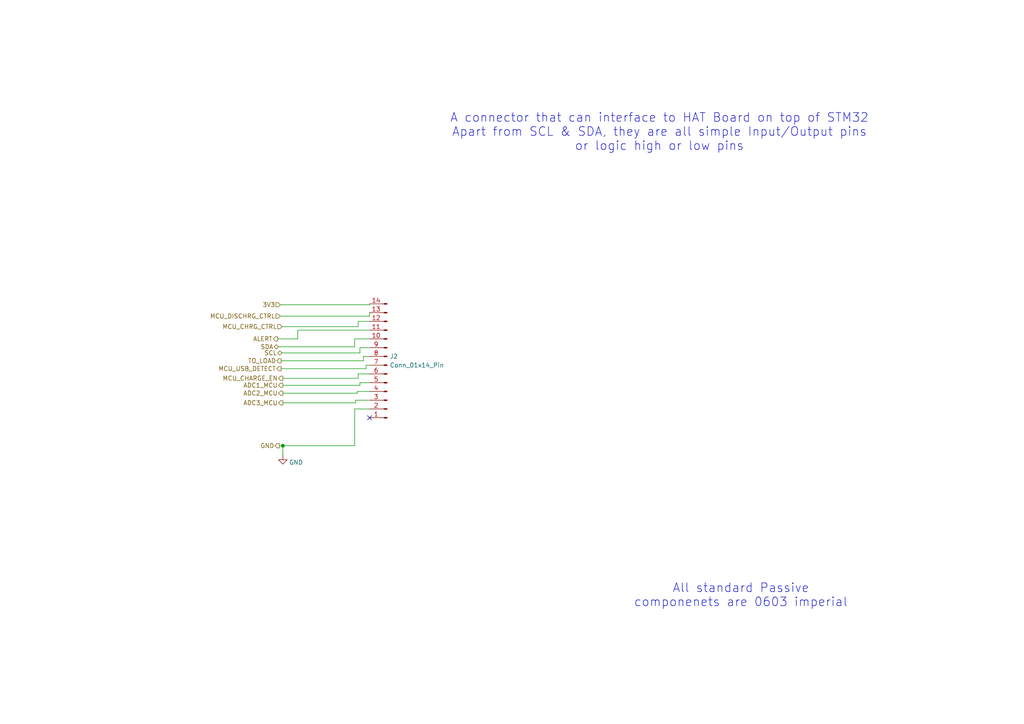
<source format=kicad_sch>
(kicad_sch (version 20231120) (generator "eeschema") (generator_version "8.0")
  (paper "A4")
  (title_block (date "2025-03-13"))
  (lib_symbols
    (symbol "Connector:Conn_01x14_Pin" (pin_names (offset 1.016) hide)
      (property "Reference" "J" (at 0 17.78 0))
      (property "Value" "Conn_01x14_Pin" (at 0 -20.32 0))
      (symbol "Conn_01x14_Pin_1_1"
        (polyline (pts (xy 1.27 -17.78) (xy 0.8636 -17.78)) (stroke (width 0.1524)))
        (polyline (pts (xy 1.27 -15.24) (xy 0.8636 -15.24)) (stroke (width 0.1524)))
        (polyline (pts (xy 1.27 -12.7) (xy 0.8636 -12.7)) (stroke (width 0.1524)))
        (polyline (pts (xy 1.27 -10.16) (xy 0.8636 -10.16)) (stroke (width 0.1524)))
        (polyline (pts (xy 1.27 -7.62) (xy 0.8636 -7.62)) (stroke (width 0.1524)))
        (polyline (pts (xy 1.27 -5.08) (xy 0.8636 -5.08)) (stroke (width 0.1524)))
        (polyline (pts (xy 1.27 -2.54) (xy 0.8636 -2.54)) (stroke (width 0.1524)))
        (polyline (pts (xy 1.27 0) (xy 0.8636 0)) (stroke (width 0.1524)))
        (polyline (pts (xy 1.27 2.54) (xy 0.8636 2.54)) (stroke (width 0.1524)))
        (polyline (pts (xy 1.27 5.08) (xy 0.8636 5.08)) (stroke (width 0.1524)))
        (polyline (pts (xy 1.27 7.62) (xy 0.8636 7.62)) (stroke (width 0.1524)))
        (polyline (pts (xy 1.27 10.16) (xy 0.8636 10.16)) (stroke (width 0.1524)))
        (polyline (pts (xy 1.27 12.7) (xy 0.8636 12.7)) (stroke (width 0.1524)))
        (polyline (pts (xy 1.27 15.24) (xy 0.8636 15.24)) (stroke (width 0.1524)))
        (rectangle (start 0.8636 -17.653) (end 0 -17.907) (stroke (width 0.1524)) (fill (type outline)))
        (rectangle (start 0.8636 -15.113) (end 0 -15.367) (stroke (width 0.1524)) (fill (type outline)))
        (rectangle (start 0.8636 -12.573) (end 0 -12.827) (stroke (width 0.1524)) (fill (type outline)))
        (rectangle (start 0.8636 -10.033) (end 0 -10.287) (stroke (width 0.1524)) (fill (type outline)))
        (rectangle (start 0.8636 -7.493) (end 0 -7.747) (stroke (width 0.1524)) (fill (type outline)))
        (rectangle (start 0.8636 -4.953) (end 0 -5.207) (stroke (width 0.1524)) (fill (type outline)))
        (rectangle (start 0.8636 -2.413) (end 0 -2.667) (stroke (width 0.1524)) (fill (type outline)))
        (rectangle (start 0.8636 0.127) (end 0 -0.127) (stroke (width 0.1524)) (fill (type outline)))
        (rectangle (start 0.8636 2.667) (end 0 2.413) (stroke (width 0.1524)) (fill (type outline)))
        (rectangle (start 0.8636 5.207) (end 0 4.953) (stroke (width 0.1524)) (fill (type outline)))
        (rectangle (start 0.8636 7.747) (end 0 7.493) (stroke (width 0.1524)) (fill (type outline)))
        (rectangle (start 0.8636 10.287) (end 0 10.033) (stroke (width 0.1524)) (fill (type outline)))
        (rectangle (start 0.8636 12.827) (end 0 12.573) (stroke (width 0.1524)) (fill (type outline)))
        (rectangle (start 0.8636 15.367) (end 0 15.113) (stroke (width 0.1524)) (fill (type outline)))
        (pin passive line (at 5.08 15.24 180) (length 3.81) (name "Pin_1") (number "1"))
        (pin passive line (at 5.08 -7.62 180) (length 3.81) (name "Pin_10") (number "10"))
        (pin passive line (at 5.08 -10.16 180) (length 3.81) (name "Pin_11") (number "11"))
        (pin passive line (at 5.08 -12.7 180) (length 3.81) (name "Pin_12") (number "12"))
        (pin passive line (at 5.08 -15.24 180) (length 3.81) (name "Pin_13") (number "13"))
        (pin passive line (at 5.08 -17.78 180) (length 3.81) (name "Pin_14") (number "14"))
        (pin passive line (at 5.08 12.7 180) (length 3.81) (name "Pin_2") (number "2"))
        (pin passive line (at 5.08 10.16 180) (length 3.81) (name "Pin_3") (number "3"))
        (pin passive line (at 5.08 7.62 180) (length 3.81) (name "Pin_4") (number "4"))
        (pin passive line (at 5.08 5.08 180) (length 3.81) (name "Pin_5") (number "5"))
        (pin passive line (at 5.08 2.54 180) (length 3.81) (name "Pin_6") (number "6"))
        (pin passive line (at 5.08 0 180) (length 3.81) (name "Pin_7") (number "7"))
        (pin passive line (at 5.08 -2.54 180) (length 3.81) (name "Pin_8") (number "8"))
        (pin passive line (at 5.08 -5.08 180) (length 3.81) (name "Pin_9") (number "9"))
      )
    )
    (symbol "power:GND" (power) (pin_numbers hide) (pin_names (offset 0) hide)
      (property "Value" "GND" (at 0 -3.81 0))
      (symbol "GND_0_1"
        (polyline (pts (xy 0 0) (xy 0 -1.27) (xy 1.27 -1.27) (xy 0 -2.54) (xy -1.27 -1.27) (xy 0 -1.27)))
      )
      (symbol "GND_1_1"
        (pin power_in line (at 0 0 270) (length 0) (name "~") (number "1"))
      )
    )
  )
  (junction (at 82.042 129.286))
  (no_connect (at 107.188 121.158))
  (wire (pts (xy 102.87 118.618) (xy 107.188 118.618)))
  (wire (pts (xy 105.41 103.378) (xy 105.41 104.648)))
  (wire (pts (xy 82.042 116.84) (xy 103.124 116.84)))
  (wire (pts (xy 106.172 105.918) (xy 107.188 105.918)))
  (wire (pts (xy 103.632 114.046) (xy 103.632 113.538)))
  (wire (pts (xy 81.788 94.742) (xy 103.886 94.742)))
  (wire (pts (xy 106.172 106.934) (xy 106.172 105.918)))
  (wire (pts (xy 107.188 100.838) (xy 104.394 100.838)))
  (wire (pts (xy 107.188 91.694) (xy 107.188 90.678)))
  (wire (pts (xy 82.042 109.728) (xy 103.886 109.728)))
  (wire (pts (xy 82.042 111.76) (xy 104.394 111.76)))
  (wire (pts (xy 103.886 94.742) (xy 103.886 93.218)))
  (wire (pts (xy 82.042 129.286) (xy 102.87 129.286)))
  (wire (pts (xy 82.042 114.046) (xy 103.632 114.046)))
  (wire (pts (xy 102.87 98.298) (xy 107.188 98.298)))
  (wire (pts (xy 80.772 100.584) (xy 102.87 100.584)))
  (wire (pts (xy 81.026 129.286) (xy 82.042 129.286)))
  (wire (pts (xy 102.87 100.584) (xy 102.87 98.298)))
  (wire (pts (xy 102.87 129.286) (xy 102.87 118.618)))
  (wire (pts (xy 103.886 93.218) (xy 107.188 93.218)))
  (wire (pts (xy 107.188 116.078) (xy 103.124 116.078)))
  (wire (pts (xy 103.632 113.538) (xy 107.188 113.538)))
  (wire (pts (xy 81.28 91.694) (xy 107.188 91.694)))
  (wire (pts (xy 103.886 108.458) (xy 107.188 108.458)))
  (wire (pts (xy 81.28 88.392) (xy 107.188 88.392)))
  (wire (pts (xy 86.36 95.758) (xy 107.188 95.758)))
  (wire (pts (xy 104.394 100.838) (xy 104.394 102.362)))
  (wire (pts (xy 80.518 98.298) (xy 86.36 98.298)))
  (wire (pts (xy 81.534 106.934) (xy 106.172 106.934)))
  (wire (pts (xy 107.188 103.378) (xy 105.41 103.378)))
  (wire (pts (xy 103.124 116.078) (xy 103.124 116.84)))
  (wire (pts (xy 107.188 110.998) (xy 104.394 110.998)))
  (wire (pts (xy 86.36 98.298) (xy 86.36 95.758)))
  (wire (pts (xy 81.534 104.648) (xy 105.41 104.648)))
  (wire (pts (xy 104.394 110.998) (xy 104.394 111.76)))
  (wire (pts (xy 81.788 102.362) (xy 104.394 102.362)))
  (wire (pts (xy 82.042 129.286) (xy 82.042 132.08)))
  (wire (pts (xy 107.188 88.392) (xy 107.188 88.138)))
  (wire (pts (xy 103.886 109.728) (xy 103.886 108.458)))
  (text "All standard Passive\ncomponenets are 0603 imperial" (at 214.884 172.72 0) (effects (font (size 2.54 2.54))))
  (text "A connector that can interface to HAT Board on top of STM32\nApart from SCL & SDA, they are all simple Input/Output pins\nor logic high or low pins\n" (at 191.262 38.354 0) (effects (font (size 2.54 2.54))))
  (hierarchical_label "TO_LOAD" (shape output) (at 81.534 104.648 180))
  (hierarchical_label "MCU_CHRG_CTRL" (shape input) (at 81.788 94.742 180))
  (hierarchical_label "SCL" (shape bidirectional) (at 81.788 102.362 180))
  (hierarchical_label "ADC3_MCU" (shape output) (at 82.042 116.84 180))
  (hierarchical_label "ADC1_MCU" (shape output) (at 82.042 111.76 180))
  (hierarchical_label "MCU_DISCHRG_CTRL" (shape input) (at 81.28 91.694 180))
  (hierarchical_label "MCU_CHARGE_EN" (shape output) (at 82.042 109.728 180))
  (hierarchical_label "ADC2_MCU" (shape output) (at 82.042 114.046 180))
  (hierarchical_label "GND" (shape output) (at 81.026 129.286 180))
  (hierarchical_label "ALERT" (shape output) (at 80.518 98.298 180))
  (hierarchical_label "SDA" (shape bidirectional) (at 80.772 100.584 180))
  (hierarchical_label "MCU_USB_DETECT" (shape output) (at 81.534 106.934 180))
  (hierarchical_label "3V3" (shape input) (at 81.28 88.392 180))
  (symbol (lib_id "power:GND") (at 82.042 132.08 0) (mirror y) (unit 1)
    (property "Reference" "#PWR018" (effects (hide yes)))
    (property "Value" "GND" (at 85.852 134.112 0))
    (property "Description" "Power symbol creates a global label with name \"GND\" , ground" (effects (hide yes)))
  )
  (symbol (lib_id "Connector:Conn_01x14_Pin") (at 112.268 105.918 180) (unit 1)
    (property "Reference" "J2" (at 113.03 103.3779 0) (effects (justify right)))
    (property "Value" "Conn_01x14_Pin" (at 113.03 105.9179 0) (effects (justify right)))
    (property "Footprint" "Connector_PinHeader_2.54mm:PinHeader_1x14_P2.54mm_Vertical" (effects (hide yes)))
    (property "Description" "Generic connector, single row, 01x14, script generated" (effects (hide yes)))
  )
)
</source>
